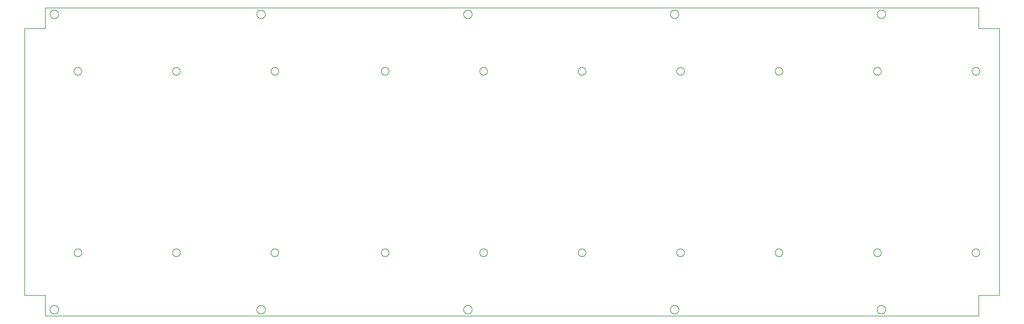
<source format=gbr>
G04 EAGLE Gerber RS-274X export*
G75*
%MOMM*%
%FSLAX34Y34*%
%LPD*%
%IN*%
%IPPOS*%
%AMOC8*
5,1,8,0,0,1.08239X$1,22.5*%
G01*
%ADD10C,0.254000*%


D10*
X0Y124460D02*
X88900Y124460D01*
X88900Y35560D01*
X4102100Y35560D01*
X4102100Y124460D01*
X4191000Y124460D01*
X4191000Y1272540D01*
X4102100Y1272540D01*
X4102100Y1361440D01*
X88900Y1361440D01*
X88900Y1272540D01*
X0Y1272540D01*
X0Y124460D01*
X145288Y1333409D02*
X145210Y1332215D01*
X145053Y1331027D01*
X144820Y1329853D01*
X144510Y1328696D01*
X144125Y1327563D01*
X143667Y1326456D01*
X143137Y1325382D01*
X142539Y1324346D01*
X141873Y1323350D01*
X141144Y1322400D01*
X140355Y1321500D01*
X139508Y1320653D01*
X138608Y1319864D01*
X137658Y1319135D01*
X136662Y1318469D01*
X135626Y1317871D01*
X134552Y1317341D01*
X133445Y1316883D01*
X132312Y1316498D01*
X131155Y1316188D01*
X129981Y1315955D01*
X128794Y1315798D01*
X127599Y1315720D01*
X126401Y1315720D01*
X125207Y1315798D01*
X124019Y1315955D01*
X122845Y1316188D01*
X121688Y1316498D01*
X120555Y1316883D01*
X119448Y1317341D01*
X118374Y1317871D01*
X117338Y1318469D01*
X116342Y1319135D01*
X115392Y1319864D01*
X114492Y1320653D01*
X113645Y1321500D01*
X112856Y1322400D01*
X112127Y1323350D01*
X111461Y1324346D01*
X110863Y1325382D01*
X110333Y1326456D01*
X109875Y1327563D01*
X109490Y1328696D01*
X109180Y1329853D01*
X108947Y1331027D01*
X108790Y1332215D01*
X108712Y1333409D01*
X108712Y1334607D01*
X108790Y1335802D01*
X108947Y1336989D01*
X109180Y1338163D01*
X109490Y1339320D01*
X109875Y1340453D01*
X110333Y1341560D01*
X110863Y1342634D01*
X111461Y1343670D01*
X112127Y1344666D01*
X112856Y1345616D01*
X113645Y1346516D01*
X114492Y1347363D01*
X115392Y1348152D01*
X116342Y1348881D01*
X117338Y1349547D01*
X118374Y1350145D01*
X119448Y1350675D01*
X120555Y1351133D01*
X121688Y1351518D01*
X122845Y1351828D01*
X124019Y1352061D01*
X125207Y1352218D01*
X126401Y1352296D01*
X127599Y1352296D01*
X128794Y1352218D01*
X129981Y1352061D01*
X131155Y1351828D01*
X132312Y1351518D01*
X133445Y1351133D01*
X134552Y1350675D01*
X135626Y1350145D01*
X136662Y1349547D01*
X137658Y1348881D01*
X138608Y1348152D01*
X139508Y1347363D01*
X140355Y1346516D01*
X141144Y1345616D01*
X141873Y1344666D01*
X142539Y1343670D01*
X143137Y1342634D01*
X143667Y1341560D01*
X144125Y1340453D01*
X144510Y1339320D01*
X144820Y1338163D01*
X145053Y1336989D01*
X145210Y1335802D01*
X145288Y1334607D01*
X145288Y1333409D01*
X1923288Y1333409D02*
X1923210Y1332215D01*
X1923053Y1331027D01*
X1922820Y1329853D01*
X1922510Y1328696D01*
X1922125Y1327563D01*
X1921667Y1326456D01*
X1921137Y1325382D01*
X1920539Y1324346D01*
X1919873Y1323350D01*
X1919144Y1322400D01*
X1918355Y1321500D01*
X1917508Y1320653D01*
X1916608Y1319864D01*
X1915658Y1319135D01*
X1914662Y1318469D01*
X1913626Y1317871D01*
X1912552Y1317341D01*
X1911445Y1316883D01*
X1910312Y1316498D01*
X1909155Y1316188D01*
X1907981Y1315955D01*
X1906794Y1315798D01*
X1905599Y1315720D01*
X1904401Y1315720D01*
X1903207Y1315798D01*
X1902019Y1315955D01*
X1900845Y1316188D01*
X1899688Y1316498D01*
X1898555Y1316883D01*
X1897448Y1317341D01*
X1896374Y1317871D01*
X1895338Y1318469D01*
X1894342Y1319135D01*
X1893392Y1319864D01*
X1892492Y1320653D01*
X1891645Y1321500D01*
X1890856Y1322400D01*
X1890127Y1323350D01*
X1889461Y1324346D01*
X1888863Y1325382D01*
X1888333Y1326456D01*
X1887875Y1327563D01*
X1887490Y1328696D01*
X1887180Y1329853D01*
X1886947Y1331027D01*
X1886790Y1332215D01*
X1886712Y1333409D01*
X1886712Y1334607D01*
X1886790Y1335802D01*
X1886947Y1336989D01*
X1887180Y1338163D01*
X1887490Y1339320D01*
X1887875Y1340453D01*
X1888333Y1341560D01*
X1888863Y1342634D01*
X1889461Y1343670D01*
X1890127Y1344666D01*
X1890856Y1345616D01*
X1891645Y1346516D01*
X1892492Y1347363D01*
X1893392Y1348152D01*
X1894342Y1348881D01*
X1895338Y1349547D01*
X1896374Y1350145D01*
X1897448Y1350675D01*
X1898555Y1351133D01*
X1899688Y1351518D01*
X1900845Y1351828D01*
X1902019Y1352061D01*
X1903207Y1352218D01*
X1904401Y1352296D01*
X1905599Y1352296D01*
X1906794Y1352218D01*
X1907981Y1352061D01*
X1909155Y1351828D01*
X1910312Y1351518D01*
X1911445Y1351133D01*
X1912552Y1350675D01*
X1913626Y1350145D01*
X1914662Y1349547D01*
X1915658Y1348881D01*
X1916608Y1348152D01*
X1917508Y1347363D01*
X1918355Y1346516D01*
X1919144Y1345616D01*
X1919873Y1344666D01*
X1920539Y1343670D01*
X1921137Y1342634D01*
X1921667Y1341560D01*
X1922125Y1340453D01*
X1922510Y1339320D01*
X1922820Y1338163D01*
X1923053Y1336989D01*
X1923210Y1335802D01*
X1923288Y1334607D01*
X1923288Y1333409D01*
X1034288Y1333409D02*
X1034210Y1332215D01*
X1034053Y1331027D01*
X1033820Y1329853D01*
X1033510Y1328696D01*
X1033125Y1327563D01*
X1032667Y1326456D01*
X1032137Y1325382D01*
X1031539Y1324346D01*
X1030873Y1323350D01*
X1030144Y1322400D01*
X1029355Y1321500D01*
X1028508Y1320653D01*
X1027608Y1319864D01*
X1026658Y1319135D01*
X1025662Y1318469D01*
X1024626Y1317871D01*
X1023552Y1317341D01*
X1022445Y1316883D01*
X1021312Y1316498D01*
X1020155Y1316188D01*
X1018981Y1315955D01*
X1017794Y1315798D01*
X1016599Y1315720D01*
X1015401Y1315720D01*
X1014207Y1315798D01*
X1013019Y1315955D01*
X1011845Y1316188D01*
X1010688Y1316498D01*
X1009555Y1316883D01*
X1008448Y1317341D01*
X1007374Y1317871D01*
X1006338Y1318469D01*
X1005342Y1319135D01*
X1004392Y1319864D01*
X1003492Y1320653D01*
X1002645Y1321500D01*
X1001856Y1322400D01*
X1001127Y1323350D01*
X1000461Y1324346D01*
X999863Y1325382D01*
X999333Y1326456D01*
X998875Y1327563D01*
X998490Y1328696D01*
X998180Y1329853D01*
X997947Y1331027D01*
X997790Y1332215D01*
X997712Y1333409D01*
X997712Y1334607D01*
X997790Y1335802D01*
X997947Y1336989D01*
X998180Y1338163D01*
X998490Y1339320D01*
X998875Y1340453D01*
X999333Y1341560D01*
X999863Y1342634D01*
X1000461Y1343670D01*
X1001127Y1344666D01*
X1001856Y1345616D01*
X1002645Y1346516D01*
X1003492Y1347363D01*
X1004392Y1348152D01*
X1005342Y1348881D01*
X1006338Y1349547D01*
X1007374Y1350145D01*
X1008448Y1350675D01*
X1009555Y1351133D01*
X1010688Y1351518D01*
X1011845Y1351828D01*
X1013019Y1352061D01*
X1014207Y1352218D01*
X1015401Y1352296D01*
X1016599Y1352296D01*
X1017794Y1352218D01*
X1018981Y1352061D01*
X1020155Y1351828D01*
X1021312Y1351518D01*
X1022445Y1351133D01*
X1023552Y1350675D01*
X1024626Y1350145D01*
X1025662Y1349547D01*
X1026658Y1348881D01*
X1027608Y1348152D01*
X1028508Y1347363D01*
X1029355Y1346516D01*
X1030144Y1345616D01*
X1030873Y1344666D01*
X1031539Y1343670D01*
X1032137Y1342634D01*
X1032667Y1341560D01*
X1033125Y1340453D01*
X1033510Y1339320D01*
X1033820Y1338163D01*
X1034053Y1336989D01*
X1034210Y1335802D01*
X1034288Y1334607D01*
X1034288Y1333409D01*
X2812288Y1333409D02*
X2812210Y1332215D01*
X2812053Y1331027D01*
X2811820Y1329853D01*
X2811510Y1328696D01*
X2811125Y1327563D01*
X2810667Y1326456D01*
X2810137Y1325382D01*
X2809539Y1324346D01*
X2808873Y1323350D01*
X2808144Y1322400D01*
X2807355Y1321500D01*
X2806508Y1320653D01*
X2805608Y1319864D01*
X2804658Y1319135D01*
X2803662Y1318469D01*
X2802626Y1317871D01*
X2801552Y1317341D01*
X2800445Y1316883D01*
X2799312Y1316498D01*
X2798155Y1316188D01*
X2796981Y1315955D01*
X2795794Y1315798D01*
X2794599Y1315720D01*
X2793401Y1315720D01*
X2792207Y1315798D01*
X2791019Y1315955D01*
X2789845Y1316188D01*
X2788688Y1316498D01*
X2787555Y1316883D01*
X2786448Y1317341D01*
X2785374Y1317871D01*
X2784338Y1318469D01*
X2783342Y1319135D01*
X2782392Y1319864D01*
X2781492Y1320653D01*
X2780645Y1321500D01*
X2779856Y1322400D01*
X2779127Y1323350D01*
X2778461Y1324346D01*
X2777863Y1325382D01*
X2777333Y1326456D01*
X2776875Y1327563D01*
X2776490Y1328696D01*
X2776180Y1329853D01*
X2775947Y1331027D01*
X2775790Y1332215D01*
X2775712Y1333409D01*
X2775712Y1334607D01*
X2775790Y1335802D01*
X2775947Y1336989D01*
X2776180Y1338163D01*
X2776490Y1339320D01*
X2776875Y1340453D01*
X2777333Y1341560D01*
X2777863Y1342634D01*
X2778461Y1343670D01*
X2779127Y1344666D01*
X2779856Y1345616D01*
X2780645Y1346516D01*
X2781492Y1347363D01*
X2782392Y1348152D01*
X2783342Y1348881D01*
X2784338Y1349547D01*
X2785374Y1350145D01*
X2786448Y1350675D01*
X2787555Y1351133D01*
X2788688Y1351518D01*
X2789845Y1351828D01*
X2791019Y1352061D01*
X2792207Y1352218D01*
X2793401Y1352296D01*
X2794599Y1352296D01*
X2795794Y1352218D01*
X2796981Y1352061D01*
X2798155Y1351828D01*
X2799312Y1351518D01*
X2800445Y1351133D01*
X2801552Y1350675D01*
X2802626Y1350145D01*
X2803662Y1349547D01*
X2804658Y1348881D01*
X2805608Y1348152D01*
X2806508Y1347363D01*
X2807355Y1346516D01*
X2808144Y1345616D01*
X2808873Y1344666D01*
X2809539Y1343670D01*
X2810137Y1342634D01*
X2810667Y1341560D01*
X2811125Y1340453D01*
X2811510Y1339320D01*
X2811820Y1338163D01*
X2812053Y1336989D01*
X2812210Y1335802D01*
X2812288Y1334607D01*
X2812288Y1333409D01*
X1034288Y62393D02*
X1034210Y61199D01*
X1034053Y60011D01*
X1033820Y58837D01*
X1033510Y57680D01*
X1033125Y56547D01*
X1032667Y55440D01*
X1032137Y54366D01*
X1031539Y53330D01*
X1030873Y52334D01*
X1030144Y51384D01*
X1029355Y50484D01*
X1028508Y49637D01*
X1027608Y48848D01*
X1026658Y48119D01*
X1025662Y47453D01*
X1024626Y46855D01*
X1023552Y46325D01*
X1022445Y45867D01*
X1021312Y45482D01*
X1020155Y45172D01*
X1018981Y44939D01*
X1017794Y44782D01*
X1016599Y44704D01*
X1015401Y44704D01*
X1014207Y44782D01*
X1013019Y44939D01*
X1011845Y45172D01*
X1010688Y45482D01*
X1009555Y45867D01*
X1008448Y46325D01*
X1007374Y46855D01*
X1006338Y47453D01*
X1005342Y48119D01*
X1004392Y48848D01*
X1003492Y49637D01*
X1002645Y50484D01*
X1001856Y51384D01*
X1001127Y52334D01*
X1000461Y53330D01*
X999863Y54366D01*
X999333Y55440D01*
X998875Y56547D01*
X998490Y57680D01*
X998180Y58837D01*
X997947Y60011D01*
X997790Y61199D01*
X997712Y62393D01*
X997712Y63591D01*
X997790Y64786D01*
X997947Y65973D01*
X998180Y67147D01*
X998490Y68304D01*
X998875Y69437D01*
X999333Y70544D01*
X999863Y71618D01*
X1000461Y72654D01*
X1001127Y73650D01*
X1001856Y74600D01*
X1002645Y75500D01*
X1003492Y76347D01*
X1004392Y77136D01*
X1005342Y77865D01*
X1006338Y78531D01*
X1007374Y79129D01*
X1008448Y79659D01*
X1009555Y80117D01*
X1010688Y80502D01*
X1011845Y80812D01*
X1013019Y81045D01*
X1014207Y81202D01*
X1015401Y81280D01*
X1016599Y81280D01*
X1017794Y81202D01*
X1018981Y81045D01*
X1020155Y80812D01*
X1021312Y80502D01*
X1022445Y80117D01*
X1023552Y79659D01*
X1024626Y79129D01*
X1025662Y78531D01*
X1026658Y77865D01*
X1027608Y77136D01*
X1028508Y76347D01*
X1029355Y75500D01*
X1030144Y74600D01*
X1030873Y73650D01*
X1031539Y72654D01*
X1032137Y71618D01*
X1032667Y70544D01*
X1033125Y69437D01*
X1033510Y68304D01*
X1033820Y67147D01*
X1034053Y65973D01*
X1034210Y64786D01*
X1034288Y63591D01*
X1034288Y62393D01*
X3701288Y1333409D02*
X3701210Y1332215D01*
X3701053Y1331027D01*
X3700820Y1329853D01*
X3700510Y1328696D01*
X3700125Y1327563D01*
X3699667Y1326456D01*
X3699137Y1325382D01*
X3698539Y1324346D01*
X3697873Y1323350D01*
X3697144Y1322400D01*
X3696355Y1321500D01*
X3695508Y1320653D01*
X3694608Y1319864D01*
X3693658Y1319135D01*
X3692662Y1318469D01*
X3691626Y1317871D01*
X3690552Y1317341D01*
X3689445Y1316883D01*
X3688312Y1316498D01*
X3687155Y1316188D01*
X3685981Y1315955D01*
X3684794Y1315798D01*
X3683599Y1315720D01*
X3682401Y1315720D01*
X3681207Y1315798D01*
X3680019Y1315955D01*
X3678845Y1316188D01*
X3677688Y1316498D01*
X3676555Y1316883D01*
X3675448Y1317341D01*
X3674374Y1317871D01*
X3673338Y1318469D01*
X3672342Y1319135D01*
X3671392Y1319864D01*
X3670492Y1320653D01*
X3669645Y1321500D01*
X3668856Y1322400D01*
X3668127Y1323350D01*
X3667461Y1324346D01*
X3666863Y1325382D01*
X3666333Y1326456D01*
X3665875Y1327563D01*
X3665490Y1328696D01*
X3665180Y1329853D01*
X3664947Y1331027D01*
X3664790Y1332215D01*
X3664712Y1333409D01*
X3664712Y1334607D01*
X3664790Y1335802D01*
X3664947Y1336989D01*
X3665180Y1338163D01*
X3665490Y1339320D01*
X3665875Y1340453D01*
X3666333Y1341560D01*
X3666863Y1342634D01*
X3667461Y1343670D01*
X3668127Y1344666D01*
X3668856Y1345616D01*
X3669645Y1346516D01*
X3670492Y1347363D01*
X3671392Y1348152D01*
X3672342Y1348881D01*
X3673338Y1349547D01*
X3674374Y1350145D01*
X3675448Y1350675D01*
X3676555Y1351133D01*
X3677688Y1351518D01*
X3678845Y1351828D01*
X3680019Y1352061D01*
X3681207Y1352218D01*
X3682401Y1352296D01*
X3683599Y1352296D01*
X3684794Y1352218D01*
X3685981Y1352061D01*
X3687155Y1351828D01*
X3688312Y1351518D01*
X3689445Y1351133D01*
X3690552Y1350675D01*
X3691626Y1350145D01*
X3692662Y1349547D01*
X3693658Y1348881D01*
X3694608Y1348152D01*
X3695508Y1347363D01*
X3696355Y1346516D01*
X3697144Y1345616D01*
X3697873Y1344666D01*
X3698539Y1343670D01*
X3699137Y1342634D01*
X3699667Y1341560D01*
X3700125Y1340453D01*
X3700510Y1339320D01*
X3700820Y1338163D01*
X3701053Y1336989D01*
X3701210Y1335802D01*
X3701288Y1334607D01*
X3701288Y1333409D01*
X145288Y62393D02*
X145210Y61199D01*
X145053Y60011D01*
X144820Y58837D01*
X144510Y57680D01*
X144125Y56547D01*
X143667Y55440D01*
X143137Y54366D01*
X142539Y53330D01*
X141873Y52334D01*
X141144Y51384D01*
X140355Y50484D01*
X139508Y49637D01*
X138608Y48848D01*
X137658Y48119D01*
X136662Y47453D01*
X135626Y46855D01*
X134552Y46325D01*
X133445Y45867D01*
X132312Y45482D01*
X131155Y45172D01*
X129981Y44939D01*
X128794Y44782D01*
X127599Y44704D01*
X126401Y44704D01*
X125207Y44782D01*
X124019Y44939D01*
X122845Y45172D01*
X121688Y45482D01*
X120555Y45867D01*
X119448Y46325D01*
X118374Y46855D01*
X117338Y47453D01*
X116342Y48119D01*
X115392Y48848D01*
X114492Y49637D01*
X113645Y50484D01*
X112856Y51384D01*
X112127Y52334D01*
X111461Y53330D01*
X110863Y54366D01*
X110333Y55440D01*
X109875Y56547D01*
X109490Y57680D01*
X109180Y58837D01*
X108947Y60011D01*
X108790Y61199D01*
X108712Y62393D01*
X108712Y63591D01*
X108790Y64786D01*
X108947Y65973D01*
X109180Y67147D01*
X109490Y68304D01*
X109875Y69437D01*
X110333Y70544D01*
X110863Y71618D01*
X111461Y72654D01*
X112127Y73650D01*
X112856Y74600D01*
X113645Y75500D01*
X114492Y76347D01*
X115392Y77136D01*
X116342Y77865D01*
X117338Y78531D01*
X118374Y79129D01*
X119448Y79659D01*
X120555Y80117D01*
X121688Y80502D01*
X122845Y80812D01*
X124019Y81045D01*
X125207Y81202D01*
X126401Y81280D01*
X127599Y81280D01*
X128794Y81202D01*
X129981Y81045D01*
X131155Y80812D01*
X132312Y80502D01*
X133445Y80117D01*
X134552Y79659D01*
X135626Y79129D01*
X136662Y78531D01*
X137658Y77865D01*
X138608Y77136D01*
X139508Y76347D01*
X140355Y75500D01*
X141144Y74600D01*
X141873Y73650D01*
X142539Y72654D01*
X143137Y71618D01*
X143667Y70544D01*
X144125Y69437D01*
X144510Y68304D01*
X144820Y67147D01*
X145053Y65973D01*
X145210Y64786D01*
X145288Y63591D01*
X145288Y62393D01*
X1923288Y62393D02*
X1923210Y61199D01*
X1923053Y60011D01*
X1922820Y58837D01*
X1922510Y57680D01*
X1922125Y56547D01*
X1921667Y55440D01*
X1921137Y54366D01*
X1920539Y53330D01*
X1919873Y52334D01*
X1919144Y51384D01*
X1918355Y50484D01*
X1917508Y49637D01*
X1916608Y48848D01*
X1915658Y48119D01*
X1914662Y47453D01*
X1913626Y46855D01*
X1912552Y46325D01*
X1911445Y45867D01*
X1910312Y45482D01*
X1909155Y45172D01*
X1907981Y44939D01*
X1906794Y44782D01*
X1905599Y44704D01*
X1904401Y44704D01*
X1903207Y44782D01*
X1902019Y44939D01*
X1900845Y45172D01*
X1899688Y45482D01*
X1898555Y45867D01*
X1897448Y46325D01*
X1896374Y46855D01*
X1895338Y47453D01*
X1894342Y48119D01*
X1893392Y48848D01*
X1892492Y49637D01*
X1891645Y50484D01*
X1890856Y51384D01*
X1890127Y52334D01*
X1889461Y53330D01*
X1888863Y54366D01*
X1888333Y55440D01*
X1887875Y56547D01*
X1887490Y57680D01*
X1887180Y58837D01*
X1886947Y60011D01*
X1886790Y61199D01*
X1886712Y62393D01*
X1886712Y63591D01*
X1886790Y64786D01*
X1886947Y65973D01*
X1887180Y67147D01*
X1887490Y68304D01*
X1887875Y69437D01*
X1888333Y70544D01*
X1888863Y71618D01*
X1889461Y72654D01*
X1890127Y73650D01*
X1890856Y74600D01*
X1891645Y75500D01*
X1892492Y76347D01*
X1893392Y77136D01*
X1894342Y77865D01*
X1895338Y78531D01*
X1896374Y79129D01*
X1897448Y79659D01*
X1898555Y80117D01*
X1899688Y80502D01*
X1900845Y80812D01*
X1902019Y81045D01*
X1903207Y81202D01*
X1904401Y81280D01*
X1905599Y81280D01*
X1906794Y81202D01*
X1907981Y81045D01*
X1909155Y80812D01*
X1910312Y80502D01*
X1911445Y80117D01*
X1912552Y79659D01*
X1913626Y79129D01*
X1914662Y78531D01*
X1915658Y77865D01*
X1916608Y77136D01*
X1917508Y76347D01*
X1918355Y75500D01*
X1919144Y74600D01*
X1919873Y73650D01*
X1920539Y72654D01*
X1921137Y71618D01*
X1921667Y70544D01*
X1922125Y69437D01*
X1922510Y68304D01*
X1922820Y67147D01*
X1923053Y65973D01*
X1923210Y64786D01*
X1923288Y63591D01*
X1923288Y62393D01*
X2812288Y62393D02*
X2812210Y61199D01*
X2812053Y60011D01*
X2811820Y58837D01*
X2811510Y57680D01*
X2811125Y56547D01*
X2810667Y55440D01*
X2810137Y54366D01*
X2809539Y53330D01*
X2808873Y52334D01*
X2808144Y51384D01*
X2807355Y50484D01*
X2806508Y49637D01*
X2805608Y48848D01*
X2804658Y48119D01*
X2803662Y47453D01*
X2802626Y46855D01*
X2801552Y46325D01*
X2800445Y45867D01*
X2799312Y45482D01*
X2798155Y45172D01*
X2796981Y44939D01*
X2795794Y44782D01*
X2794599Y44704D01*
X2793401Y44704D01*
X2792207Y44782D01*
X2791019Y44939D01*
X2789845Y45172D01*
X2788688Y45482D01*
X2787555Y45867D01*
X2786448Y46325D01*
X2785374Y46855D01*
X2784338Y47453D01*
X2783342Y48119D01*
X2782392Y48848D01*
X2781492Y49637D01*
X2780645Y50484D01*
X2779856Y51384D01*
X2779127Y52334D01*
X2778461Y53330D01*
X2777863Y54366D01*
X2777333Y55440D01*
X2776875Y56547D01*
X2776490Y57680D01*
X2776180Y58837D01*
X2775947Y60011D01*
X2775790Y61199D01*
X2775712Y62393D01*
X2775712Y63591D01*
X2775790Y64786D01*
X2775947Y65973D01*
X2776180Y67147D01*
X2776490Y68304D01*
X2776875Y69437D01*
X2777333Y70544D01*
X2777863Y71618D01*
X2778461Y72654D01*
X2779127Y73650D01*
X2779856Y74600D01*
X2780645Y75500D01*
X2781492Y76347D01*
X2782392Y77136D01*
X2783342Y77865D01*
X2784338Y78531D01*
X2785374Y79129D01*
X2786448Y79659D01*
X2787555Y80117D01*
X2788688Y80502D01*
X2789845Y80812D01*
X2791019Y81045D01*
X2792207Y81202D01*
X2793401Y81280D01*
X2794599Y81280D01*
X2795794Y81202D01*
X2796981Y81045D01*
X2798155Y80812D01*
X2799312Y80502D01*
X2800445Y80117D01*
X2801552Y79659D01*
X2802626Y79129D01*
X2803662Y78531D01*
X2804658Y77865D01*
X2805608Y77136D01*
X2806508Y76347D01*
X2807355Y75500D01*
X2808144Y74600D01*
X2808873Y73650D01*
X2809539Y72654D01*
X2810137Y71618D01*
X2810667Y70544D01*
X2811125Y69437D01*
X2811510Y68304D01*
X2811820Y67147D01*
X2812053Y65973D01*
X2812210Y64786D01*
X2812288Y63591D01*
X2812288Y62393D01*
X3701288Y62393D02*
X3701210Y61199D01*
X3701053Y60011D01*
X3700820Y58837D01*
X3700510Y57680D01*
X3700125Y56547D01*
X3699667Y55440D01*
X3699137Y54366D01*
X3698539Y53330D01*
X3697873Y52334D01*
X3697144Y51384D01*
X3696355Y50484D01*
X3695508Y49637D01*
X3694608Y48848D01*
X3693658Y48119D01*
X3692662Y47453D01*
X3691626Y46855D01*
X3690552Y46325D01*
X3689445Y45867D01*
X3688312Y45482D01*
X3687155Y45172D01*
X3685981Y44939D01*
X3684794Y44782D01*
X3683599Y44704D01*
X3682401Y44704D01*
X3681207Y44782D01*
X3680019Y44939D01*
X3678845Y45172D01*
X3677688Y45482D01*
X3676555Y45867D01*
X3675448Y46325D01*
X3674374Y46855D01*
X3673338Y47453D01*
X3672342Y48119D01*
X3671392Y48848D01*
X3670492Y49637D01*
X3669645Y50484D01*
X3668856Y51384D01*
X3668127Y52334D01*
X3667461Y53330D01*
X3666863Y54366D01*
X3666333Y55440D01*
X3665875Y56547D01*
X3665490Y57680D01*
X3665180Y58837D01*
X3664947Y60011D01*
X3664790Y61199D01*
X3664712Y62393D01*
X3664712Y63591D01*
X3664790Y64786D01*
X3664947Y65973D01*
X3665180Y67147D01*
X3665490Y68304D01*
X3665875Y69437D01*
X3666333Y70544D01*
X3666863Y71618D01*
X3667461Y72654D01*
X3668127Y73650D01*
X3668856Y74600D01*
X3669645Y75500D01*
X3670492Y76347D01*
X3671392Y77136D01*
X3672342Y77865D01*
X3673338Y78531D01*
X3674374Y79129D01*
X3675448Y79659D01*
X3676555Y80117D01*
X3677688Y80502D01*
X3678845Y80812D01*
X3680019Y81045D01*
X3681207Y81202D01*
X3682401Y81280D01*
X3683599Y81280D01*
X3684794Y81202D01*
X3685981Y81045D01*
X3687155Y80812D01*
X3688312Y80502D01*
X3689445Y80117D01*
X3690552Y79659D01*
X3691626Y79129D01*
X3692662Y78531D01*
X3693658Y77865D01*
X3694608Y77136D01*
X3695508Y76347D01*
X3696355Y75500D01*
X3697144Y74600D01*
X3697873Y73650D01*
X3698539Y72654D01*
X3699137Y71618D01*
X3699667Y70544D01*
X3700125Y69437D01*
X3700510Y68304D01*
X3700820Y67147D01*
X3701053Y65973D01*
X3701210Y64786D01*
X3701288Y63591D01*
X3701288Y62393D01*
X228060Y1072500D02*
X226982Y1072571D01*
X225911Y1072712D01*
X224851Y1072922D01*
X223808Y1073202D01*
X222785Y1073549D01*
X221787Y1073963D01*
X220818Y1074441D01*
X219882Y1074981D01*
X218984Y1075581D01*
X218127Y1076239D01*
X217315Y1076951D01*
X216551Y1077715D01*
X215839Y1078527D01*
X215181Y1079384D01*
X214581Y1080282D01*
X214041Y1081218D01*
X213563Y1082187D01*
X213149Y1083185D01*
X212802Y1084208D01*
X212522Y1085251D01*
X212312Y1086311D01*
X212171Y1087382D01*
X212100Y1088460D01*
X212100Y1089540D01*
X212171Y1090618D01*
X212312Y1091689D01*
X212522Y1092749D01*
X212802Y1093792D01*
X213149Y1094815D01*
X213563Y1095813D01*
X214041Y1096782D01*
X214581Y1097718D01*
X215181Y1098616D01*
X215839Y1099473D01*
X216551Y1100285D01*
X217315Y1101049D01*
X218127Y1101762D01*
X218984Y1102419D01*
X219882Y1103019D01*
X220818Y1103560D01*
X221787Y1104037D01*
X222785Y1104451D01*
X223808Y1104798D01*
X224851Y1105078D01*
X225911Y1105288D01*
X226982Y1105429D01*
X228060Y1105500D01*
X229140Y1105500D01*
X230218Y1105429D01*
X231289Y1105288D01*
X232349Y1105078D01*
X233392Y1104798D01*
X234415Y1104451D01*
X235413Y1104037D01*
X236382Y1103560D01*
X237318Y1103019D01*
X238216Y1102419D01*
X239073Y1101762D01*
X239885Y1101049D01*
X240649Y1100285D01*
X241362Y1099473D01*
X242019Y1098616D01*
X242619Y1097718D01*
X243160Y1096782D01*
X243637Y1095813D01*
X244051Y1094815D01*
X244398Y1093792D01*
X244678Y1092749D01*
X244888Y1091689D01*
X245029Y1090618D01*
X245100Y1089540D01*
X245100Y1088460D01*
X245029Y1087382D01*
X244888Y1086311D01*
X244678Y1085251D01*
X244398Y1084208D01*
X244051Y1083185D01*
X243637Y1082187D01*
X243160Y1081218D01*
X242619Y1080282D01*
X242019Y1079384D01*
X241362Y1078527D01*
X240649Y1077715D01*
X239885Y1076951D01*
X239073Y1076239D01*
X238216Y1075581D01*
X237318Y1074981D01*
X236382Y1074441D01*
X235413Y1073963D01*
X234415Y1073549D01*
X233392Y1073202D01*
X232349Y1072922D01*
X231289Y1072712D01*
X230218Y1072571D01*
X229140Y1072500D01*
X228060Y1072500D01*
X228060Y291500D02*
X226982Y291571D01*
X225911Y291712D01*
X224851Y291922D01*
X223808Y292202D01*
X222785Y292549D01*
X221787Y292963D01*
X220818Y293441D01*
X219882Y293981D01*
X218984Y294581D01*
X218127Y295239D01*
X217315Y295951D01*
X216551Y296715D01*
X215839Y297527D01*
X215181Y298384D01*
X214581Y299282D01*
X214041Y300218D01*
X213563Y301187D01*
X213149Y302185D01*
X212802Y303208D01*
X212522Y304251D01*
X212312Y305311D01*
X212171Y306382D01*
X212100Y307460D01*
X212100Y308540D01*
X212171Y309618D01*
X212312Y310689D01*
X212522Y311749D01*
X212802Y312792D01*
X213149Y313815D01*
X213563Y314813D01*
X214041Y315782D01*
X214581Y316718D01*
X215181Y317616D01*
X215839Y318473D01*
X216551Y319285D01*
X217315Y320049D01*
X218127Y320762D01*
X218984Y321419D01*
X219882Y322019D01*
X220818Y322560D01*
X221787Y323037D01*
X222785Y323451D01*
X223808Y323798D01*
X224851Y324078D01*
X225911Y324288D01*
X226982Y324429D01*
X228060Y324500D01*
X229140Y324500D01*
X230218Y324429D01*
X231289Y324288D01*
X232349Y324078D01*
X233392Y323798D01*
X234415Y323451D01*
X235413Y323037D01*
X236382Y322560D01*
X237318Y322019D01*
X238216Y321419D01*
X239073Y320762D01*
X239885Y320049D01*
X240649Y319285D01*
X241362Y318473D01*
X242019Y317616D01*
X242619Y316718D01*
X243160Y315782D01*
X243637Y314813D01*
X244051Y313815D01*
X244398Y312792D01*
X244678Y311749D01*
X244888Y310689D01*
X245029Y309618D01*
X245100Y308540D01*
X245100Y307460D01*
X245029Y306382D01*
X244888Y305311D01*
X244678Y304251D01*
X244398Y303208D01*
X244051Y302185D01*
X243637Y301187D01*
X243160Y300218D01*
X242619Y299282D01*
X242019Y298384D01*
X241362Y297527D01*
X240649Y296715D01*
X239885Y295951D01*
X239073Y295239D01*
X238216Y294581D01*
X237318Y293981D01*
X236382Y293441D01*
X235413Y292963D01*
X234415Y292549D01*
X233392Y292202D01*
X232349Y291922D01*
X231289Y291712D01*
X230218Y291571D01*
X229140Y291500D01*
X228060Y291500D01*
X651402Y1072500D02*
X650324Y1072571D01*
X649253Y1072712D01*
X648193Y1072922D01*
X647150Y1073202D01*
X646127Y1073549D01*
X645129Y1073963D01*
X644160Y1074441D01*
X643224Y1074981D01*
X642326Y1075581D01*
X641469Y1076239D01*
X640657Y1076951D01*
X639893Y1077715D01*
X639180Y1078527D01*
X638523Y1079384D01*
X637922Y1080282D01*
X637382Y1081218D01*
X636905Y1082187D01*
X636491Y1083185D01*
X636144Y1084208D01*
X635864Y1085251D01*
X635653Y1086311D01*
X635512Y1087382D01*
X635442Y1088460D01*
X635442Y1089540D01*
X635512Y1090618D01*
X635653Y1091689D01*
X635864Y1092749D01*
X636144Y1093792D01*
X636491Y1094815D01*
X636905Y1095813D01*
X637382Y1096782D01*
X637922Y1097718D01*
X638523Y1098616D01*
X639180Y1099473D01*
X639893Y1100285D01*
X640657Y1101049D01*
X641469Y1101762D01*
X642326Y1102419D01*
X643224Y1103019D01*
X644160Y1103560D01*
X645129Y1104037D01*
X646127Y1104451D01*
X647150Y1104798D01*
X648193Y1105078D01*
X649253Y1105288D01*
X650324Y1105429D01*
X651402Y1105500D01*
X652482Y1105500D01*
X653560Y1105429D01*
X654631Y1105288D01*
X655691Y1105078D01*
X656734Y1104798D01*
X657757Y1104451D01*
X658755Y1104037D01*
X659724Y1103560D01*
X660660Y1103019D01*
X661558Y1102419D01*
X662415Y1101762D01*
X663227Y1101049D01*
X663991Y1100285D01*
X664703Y1099473D01*
X665361Y1098616D01*
X665961Y1097718D01*
X666501Y1096782D01*
X666979Y1095813D01*
X667393Y1094815D01*
X667740Y1093792D01*
X668019Y1092749D01*
X668230Y1091689D01*
X668371Y1090618D01*
X668442Y1089540D01*
X668442Y1088460D01*
X668371Y1087382D01*
X668230Y1086311D01*
X668019Y1085251D01*
X667740Y1084208D01*
X667393Y1083185D01*
X666979Y1082187D01*
X666501Y1081218D01*
X665961Y1080282D01*
X665361Y1079384D01*
X664703Y1078527D01*
X663991Y1077715D01*
X663227Y1076951D01*
X662415Y1076239D01*
X661558Y1075581D01*
X660660Y1074981D01*
X659724Y1074441D01*
X658755Y1073963D01*
X657757Y1073549D01*
X656734Y1073202D01*
X655691Y1072922D01*
X654631Y1072712D01*
X653560Y1072571D01*
X652482Y1072500D01*
X651402Y1072500D01*
X651402Y291500D02*
X650324Y291571D01*
X649253Y291712D01*
X648193Y291922D01*
X647150Y292202D01*
X646127Y292549D01*
X645129Y292963D01*
X644160Y293441D01*
X643224Y293981D01*
X642326Y294581D01*
X641469Y295239D01*
X640657Y295951D01*
X639893Y296715D01*
X639180Y297527D01*
X638523Y298384D01*
X637922Y299282D01*
X637382Y300218D01*
X636905Y301187D01*
X636491Y302185D01*
X636144Y303208D01*
X635864Y304251D01*
X635653Y305311D01*
X635512Y306382D01*
X635442Y307460D01*
X635442Y308540D01*
X635512Y309618D01*
X635653Y310689D01*
X635864Y311749D01*
X636144Y312792D01*
X636491Y313815D01*
X636905Y314813D01*
X637382Y315782D01*
X637922Y316718D01*
X638523Y317616D01*
X639180Y318473D01*
X639893Y319285D01*
X640657Y320049D01*
X641469Y320762D01*
X642326Y321419D01*
X643224Y322019D01*
X644160Y322560D01*
X645129Y323037D01*
X646127Y323451D01*
X647150Y323798D01*
X648193Y324078D01*
X649253Y324288D01*
X650324Y324429D01*
X651402Y324500D01*
X652482Y324500D01*
X653560Y324429D01*
X654631Y324288D01*
X655691Y324078D01*
X656734Y323798D01*
X657757Y323451D01*
X658755Y323037D01*
X659724Y322560D01*
X660660Y322019D01*
X661558Y321419D01*
X662415Y320762D01*
X663227Y320049D01*
X663991Y319285D01*
X664703Y318473D01*
X665361Y317616D01*
X665961Y316718D01*
X666501Y315782D01*
X666979Y314813D01*
X667393Y313815D01*
X667740Y312792D01*
X668019Y311749D01*
X668230Y310689D01*
X668371Y309618D01*
X668442Y308540D01*
X668442Y307460D01*
X668371Y306382D01*
X668230Y305311D01*
X668019Y304251D01*
X667740Y303208D01*
X667393Y302185D01*
X666979Y301187D01*
X666501Y300218D01*
X665961Y299282D01*
X665361Y298384D01*
X664703Y297527D01*
X663991Y296715D01*
X663227Y295951D01*
X662415Y295239D01*
X661558Y294581D01*
X660660Y293981D01*
X659724Y293441D01*
X658755Y292963D01*
X657757Y292549D01*
X656734Y292202D01*
X655691Y291922D01*
X654631Y291712D01*
X653560Y291571D01*
X652482Y291500D01*
X651402Y291500D01*
X1074743Y1072500D02*
X1073665Y1072571D01*
X1072594Y1072712D01*
X1071535Y1072922D01*
X1070491Y1073202D01*
X1069468Y1073549D01*
X1068470Y1073963D01*
X1067501Y1074441D01*
X1066566Y1074981D01*
X1065668Y1075581D01*
X1064811Y1076239D01*
X1063998Y1076951D01*
X1063234Y1077715D01*
X1062522Y1078527D01*
X1061864Y1079384D01*
X1061264Y1080282D01*
X1060724Y1081218D01*
X1060246Y1082187D01*
X1059833Y1083185D01*
X1059486Y1084208D01*
X1059206Y1085251D01*
X1058995Y1086311D01*
X1058854Y1087382D01*
X1058784Y1088460D01*
X1058784Y1089540D01*
X1058854Y1090618D01*
X1058995Y1091689D01*
X1059206Y1092749D01*
X1059486Y1093792D01*
X1059833Y1094815D01*
X1060246Y1095813D01*
X1060724Y1096782D01*
X1061264Y1097718D01*
X1061864Y1098616D01*
X1062522Y1099473D01*
X1063234Y1100285D01*
X1063998Y1101049D01*
X1064811Y1101762D01*
X1065668Y1102419D01*
X1066566Y1103019D01*
X1067501Y1103560D01*
X1068470Y1104037D01*
X1069468Y1104451D01*
X1070491Y1104798D01*
X1071535Y1105078D01*
X1072594Y1105288D01*
X1073665Y1105429D01*
X1074743Y1105500D01*
X1075824Y1105500D01*
X1076902Y1105429D01*
X1077973Y1105288D01*
X1079032Y1105078D01*
X1080076Y1104798D01*
X1081099Y1104451D01*
X1082097Y1104037D01*
X1083066Y1103560D01*
X1084001Y1103019D01*
X1084900Y1102419D01*
X1085757Y1101762D01*
X1086569Y1101049D01*
X1087333Y1100285D01*
X1088045Y1099473D01*
X1088703Y1098616D01*
X1089303Y1097718D01*
X1089843Y1096782D01*
X1090321Y1095813D01*
X1090734Y1094815D01*
X1091082Y1093792D01*
X1091361Y1092749D01*
X1091572Y1091689D01*
X1091713Y1090618D01*
X1091784Y1089540D01*
X1091784Y1088460D01*
X1091713Y1087382D01*
X1091572Y1086311D01*
X1091361Y1085251D01*
X1091082Y1084208D01*
X1090734Y1083185D01*
X1090321Y1082187D01*
X1089843Y1081218D01*
X1089303Y1080282D01*
X1088703Y1079384D01*
X1088045Y1078527D01*
X1087333Y1077715D01*
X1086569Y1076951D01*
X1085757Y1076239D01*
X1084900Y1075581D01*
X1084001Y1074981D01*
X1083066Y1074441D01*
X1082097Y1073963D01*
X1081099Y1073549D01*
X1080076Y1073202D01*
X1079032Y1072922D01*
X1077973Y1072712D01*
X1076902Y1072571D01*
X1075824Y1072500D01*
X1074743Y1072500D01*
X1074743Y291500D02*
X1073665Y291571D01*
X1072594Y291712D01*
X1071535Y291922D01*
X1070491Y292202D01*
X1069468Y292549D01*
X1068470Y292963D01*
X1067501Y293441D01*
X1066566Y293981D01*
X1065668Y294581D01*
X1064811Y295239D01*
X1063998Y295951D01*
X1063234Y296715D01*
X1062522Y297527D01*
X1061864Y298384D01*
X1061264Y299282D01*
X1060724Y300218D01*
X1060246Y301187D01*
X1059833Y302185D01*
X1059486Y303208D01*
X1059206Y304251D01*
X1058995Y305311D01*
X1058854Y306382D01*
X1058784Y307460D01*
X1058784Y308540D01*
X1058854Y309618D01*
X1058995Y310689D01*
X1059206Y311749D01*
X1059486Y312792D01*
X1059833Y313815D01*
X1060246Y314813D01*
X1060724Y315782D01*
X1061264Y316718D01*
X1061864Y317616D01*
X1062522Y318473D01*
X1063234Y319285D01*
X1063998Y320049D01*
X1064811Y320762D01*
X1065668Y321419D01*
X1066566Y322019D01*
X1067501Y322560D01*
X1068470Y323037D01*
X1069468Y323451D01*
X1070491Y323798D01*
X1071535Y324078D01*
X1072594Y324288D01*
X1073665Y324429D01*
X1074743Y324500D01*
X1075824Y324500D01*
X1076902Y324429D01*
X1077973Y324288D01*
X1079032Y324078D01*
X1080076Y323798D01*
X1081099Y323451D01*
X1082097Y323037D01*
X1083066Y322560D01*
X1084001Y322019D01*
X1084900Y321419D01*
X1085757Y320762D01*
X1086569Y320049D01*
X1087333Y319285D01*
X1088045Y318473D01*
X1088703Y317616D01*
X1089303Y316718D01*
X1089843Y315782D01*
X1090321Y314813D01*
X1090734Y313815D01*
X1091082Y312792D01*
X1091361Y311749D01*
X1091572Y310689D01*
X1091713Y309618D01*
X1091784Y308540D01*
X1091784Y307460D01*
X1091713Y306382D01*
X1091572Y305311D01*
X1091361Y304251D01*
X1091082Y303208D01*
X1090734Y302185D01*
X1090321Y301187D01*
X1089843Y300218D01*
X1089303Y299282D01*
X1088703Y298384D01*
X1088045Y297527D01*
X1087333Y296715D01*
X1086569Y295951D01*
X1085757Y295239D01*
X1084900Y294581D01*
X1084001Y293981D01*
X1083066Y293441D01*
X1082097Y292963D01*
X1081099Y292549D01*
X1080076Y292202D01*
X1079032Y291922D01*
X1077973Y291712D01*
X1076902Y291571D01*
X1075824Y291500D01*
X1074743Y291500D01*
X1548885Y1072500D02*
X1547807Y1072571D01*
X1546736Y1072712D01*
X1545677Y1072922D01*
X1544633Y1073202D01*
X1543610Y1073549D01*
X1542612Y1073963D01*
X1541643Y1074441D01*
X1540708Y1074981D01*
X1539809Y1075581D01*
X1538952Y1076239D01*
X1538140Y1076951D01*
X1537376Y1077715D01*
X1536664Y1078527D01*
X1536006Y1079384D01*
X1535406Y1080282D01*
X1534866Y1081218D01*
X1534388Y1082187D01*
X1533975Y1083185D01*
X1533627Y1084208D01*
X1533348Y1085251D01*
X1533137Y1086311D01*
X1532996Y1087382D01*
X1532925Y1088460D01*
X1532925Y1089540D01*
X1532996Y1090618D01*
X1533137Y1091689D01*
X1533348Y1092749D01*
X1533627Y1093792D01*
X1533975Y1094815D01*
X1534388Y1095813D01*
X1534866Y1096782D01*
X1535406Y1097718D01*
X1536006Y1098616D01*
X1536664Y1099473D01*
X1537376Y1100285D01*
X1538140Y1101049D01*
X1538952Y1101762D01*
X1539809Y1102419D01*
X1540708Y1103019D01*
X1541643Y1103560D01*
X1542612Y1104037D01*
X1543610Y1104451D01*
X1544633Y1104798D01*
X1545677Y1105078D01*
X1546736Y1105288D01*
X1547807Y1105429D01*
X1548885Y1105500D01*
X1549966Y1105500D01*
X1551044Y1105429D01*
X1552115Y1105288D01*
X1553174Y1105078D01*
X1554218Y1104798D01*
X1555241Y1104451D01*
X1556239Y1104037D01*
X1557208Y1103560D01*
X1558143Y1103019D01*
X1559041Y1102419D01*
X1559899Y1101762D01*
X1560711Y1101049D01*
X1561475Y1100285D01*
X1562187Y1099473D01*
X1562845Y1098616D01*
X1563445Y1097718D01*
X1563985Y1096782D01*
X1564463Y1095813D01*
X1564876Y1094815D01*
X1565223Y1093792D01*
X1565503Y1092749D01*
X1565714Y1091689D01*
X1565855Y1090618D01*
X1565925Y1089540D01*
X1565925Y1088460D01*
X1565855Y1087382D01*
X1565714Y1086311D01*
X1565503Y1085251D01*
X1565223Y1084208D01*
X1564876Y1083185D01*
X1564463Y1082187D01*
X1563985Y1081218D01*
X1563445Y1080282D01*
X1562845Y1079384D01*
X1562187Y1078527D01*
X1561475Y1077715D01*
X1560711Y1076951D01*
X1559899Y1076239D01*
X1559041Y1075581D01*
X1558143Y1074981D01*
X1557208Y1074441D01*
X1556239Y1073963D01*
X1555241Y1073549D01*
X1554218Y1073202D01*
X1553174Y1072922D01*
X1552115Y1072712D01*
X1551044Y1072571D01*
X1549966Y1072500D01*
X1548885Y1072500D01*
X1548885Y291500D02*
X1547807Y291571D01*
X1546736Y291712D01*
X1545677Y291922D01*
X1544633Y292202D01*
X1543610Y292549D01*
X1542612Y292963D01*
X1541643Y293441D01*
X1540708Y293981D01*
X1539809Y294581D01*
X1538952Y295239D01*
X1538140Y295951D01*
X1537376Y296715D01*
X1536664Y297527D01*
X1536006Y298384D01*
X1535406Y299282D01*
X1534866Y300218D01*
X1534388Y301187D01*
X1533975Y302185D01*
X1533627Y303208D01*
X1533348Y304251D01*
X1533137Y305311D01*
X1532996Y306382D01*
X1532925Y307460D01*
X1532925Y308540D01*
X1532996Y309618D01*
X1533137Y310689D01*
X1533348Y311749D01*
X1533627Y312792D01*
X1533975Y313815D01*
X1534388Y314813D01*
X1534866Y315782D01*
X1535406Y316718D01*
X1536006Y317616D01*
X1536664Y318473D01*
X1537376Y319285D01*
X1538140Y320049D01*
X1538952Y320762D01*
X1539809Y321419D01*
X1540708Y322019D01*
X1541643Y322560D01*
X1542612Y323037D01*
X1543610Y323451D01*
X1544633Y323798D01*
X1545677Y324078D01*
X1546736Y324288D01*
X1547807Y324429D01*
X1548885Y324500D01*
X1549966Y324500D01*
X1551044Y324429D01*
X1552115Y324288D01*
X1553174Y324078D01*
X1554218Y323798D01*
X1555241Y323451D01*
X1556239Y323037D01*
X1557208Y322560D01*
X1558143Y322019D01*
X1559041Y321419D01*
X1559899Y320762D01*
X1560711Y320049D01*
X1561475Y319285D01*
X1562187Y318473D01*
X1562845Y317616D01*
X1563445Y316718D01*
X1563985Y315782D01*
X1564463Y314813D01*
X1564876Y313815D01*
X1565223Y312792D01*
X1565503Y311749D01*
X1565714Y310689D01*
X1565855Y309618D01*
X1565925Y308540D01*
X1565925Y307460D01*
X1565855Y306382D01*
X1565714Y305311D01*
X1565503Y304251D01*
X1565223Y303208D01*
X1564876Y302185D01*
X1564463Y301187D01*
X1563985Y300218D01*
X1563445Y299282D01*
X1562845Y298384D01*
X1562187Y297527D01*
X1561475Y296715D01*
X1560711Y295951D01*
X1559899Y295239D01*
X1559041Y294581D01*
X1558143Y293981D01*
X1557208Y293441D01*
X1556239Y292963D01*
X1555241Y292549D01*
X1554218Y292202D01*
X1553174Y291922D01*
X1552115Y291712D01*
X1551044Y291571D01*
X1549966Y291500D01*
X1548885Y291500D01*
X1972227Y1072500D02*
X1971149Y1072571D01*
X1970078Y1072712D01*
X1969018Y1072922D01*
X1967975Y1073202D01*
X1966952Y1073549D01*
X1965954Y1073963D01*
X1964985Y1074441D01*
X1964049Y1074981D01*
X1963151Y1075581D01*
X1962294Y1076239D01*
X1961482Y1076951D01*
X1960718Y1077715D01*
X1960006Y1078527D01*
X1959348Y1079384D01*
X1958748Y1080282D01*
X1958208Y1081218D01*
X1957730Y1082187D01*
X1957316Y1083185D01*
X1956969Y1084208D01*
X1956690Y1085251D01*
X1956479Y1086311D01*
X1956338Y1087382D01*
X1956267Y1088460D01*
X1956267Y1089540D01*
X1956338Y1090618D01*
X1956479Y1091689D01*
X1956690Y1092749D01*
X1956969Y1093792D01*
X1957316Y1094815D01*
X1957730Y1095813D01*
X1958208Y1096782D01*
X1958748Y1097718D01*
X1959348Y1098616D01*
X1960006Y1099473D01*
X1960718Y1100285D01*
X1961482Y1101049D01*
X1962294Y1101762D01*
X1963151Y1102419D01*
X1964049Y1103019D01*
X1964985Y1103560D01*
X1965954Y1104037D01*
X1966952Y1104451D01*
X1967975Y1104798D01*
X1969018Y1105078D01*
X1970078Y1105288D01*
X1971149Y1105429D01*
X1972227Y1105500D01*
X1973307Y1105500D01*
X1974385Y1105429D01*
X1975456Y1105288D01*
X1976516Y1105078D01*
X1977559Y1104798D01*
X1978582Y1104451D01*
X1979581Y1104037D01*
X1980549Y1103560D01*
X1981485Y1103019D01*
X1982383Y1102419D01*
X1983240Y1101762D01*
X1984053Y1101049D01*
X1984816Y1100285D01*
X1985529Y1099473D01*
X1986186Y1098616D01*
X1986787Y1097718D01*
X1987327Y1096782D01*
X1987805Y1095813D01*
X1988218Y1094815D01*
X1988565Y1093792D01*
X1988845Y1092749D01*
X1989056Y1091689D01*
X1989197Y1090618D01*
X1989267Y1089540D01*
X1989267Y1088460D01*
X1989197Y1087382D01*
X1989056Y1086311D01*
X1988845Y1085251D01*
X1988565Y1084208D01*
X1988218Y1083185D01*
X1987805Y1082187D01*
X1987327Y1081218D01*
X1986787Y1080282D01*
X1986186Y1079384D01*
X1985529Y1078527D01*
X1984816Y1077715D01*
X1984053Y1076951D01*
X1983240Y1076239D01*
X1982383Y1075581D01*
X1981485Y1074981D01*
X1980549Y1074441D01*
X1979581Y1073963D01*
X1978582Y1073549D01*
X1977559Y1073202D01*
X1976516Y1072922D01*
X1975456Y1072712D01*
X1974385Y1072571D01*
X1973307Y1072500D01*
X1972227Y1072500D01*
X1972227Y291500D02*
X1971149Y291571D01*
X1970078Y291712D01*
X1969018Y291922D01*
X1967975Y292202D01*
X1966952Y292549D01*
X1965954Y292963D01*
X1964985Y293441D01*
X1964049Y293981D01*
X1963151Y294581D01*
X1962294Y295239D01*
X1961482Y295951D01*
X1960718Y296715D01*
X1960006Y297527D01*
X1959348Y298384D01*
X1958748Y299282D01*
X1958208Y300218D01*
X1957730Y301187D01*
X1957316Y302185D01*
X1956969Y303208D01*
X1956690Y304251D01*
X1956479Y305311D01*
X1956338Y306382D01*
X1956267Y307460D01*
X1956267Y308540D01*
X1956338Y309618D01*
X1956479Y310689D01*
X1956690Y311749D01*
X1956969Y312792D01*
X1957316Y313815D01*
X1957730Y314813D01*
X1958208Y315782D01*
X1958748Y316718D01*
X1959348Y317616D01*
X1960006Y318473D01*
X1960718Y319285D01*
X1961482Y320049D01*
X1962294Y320762D01*
X1963151Y321419D01*
X1964049Y322019D01*
X1964985Y322560D01*
X1965954Y323037D01*
X1966952Y323451D01*
X1967975Y323798D01*
X1969018Y324078D01*
X1970078Y324288D01*
X1971149Y324429D01*
X1972227Y324500D01*
X1973307Y324500D01*
X1974385Y324429D01*
X1975456Y324288D01*
X1976516Y324078D01*
X1977559Y323798D01*
X1978582Y323451D01*
X1979581Y323037D01*
X1980549Y322560D01*
X1981485Y322019D01*
X1982383Y321419D01*
X1983240Y320762D01*
X1984053Y320049D01*
X1984816Y319285D01*
X1985529Y318473D01*
X1986186Y317616D01*
X1986787Y316718D01*
X1987327Y315782D01*
X1987805Y314813D01*
X1988218Y313815D01*
X1988565Y312792D01*
X1988845Y311749D01*
X1989056Y310689D01*
X1989197Y309618D01*
X1989267Y308540D01*
X1989267Y307460D01*
X1989197Y306382D01*
X1989056Y305311D01*
X1988845Y304251D01*
X1988565Y303208D01*
X1988218Y302185D01*
X1987805Y301187D01*
X1987327Y300218D01*
X1986787Y299282D01*
X1986186Y298384D01*
X1985529Y297527D01*
X1984816Y296715D01*
X1984053Y295951D01*
X1983240Y295239D01*
X1982383Y294581D01*
X1981485Y293981D01*
X1980549Y293441D01*
X1979581Y292963D01*
X1978582Y292549D01*
X1977559Y292202D01*
X1976516Y291922D01*
X1975456Y291712D01*
X1974385Y291571D01*
X1973307Y291500D01*
X1972227Y291500D01*
X2395569Y1072500D02*
X2394491Y1072571D01*
X2393420Y1072712D01*
X2392360Y1072922D01*
X2391317Y1073202D01*
X2390294Y1073549D01*
X2389296Y1073963D01*
X2388327Y1074441D01*
X2387391Y1074981D01*
X2386493Y1075581D01*
X2385636Y1076239D01*
X2384824Y1076951D01*
X2384060Y1077715D01*
X2383348Y1078527D01*
X2382690Y1079384D01*
X2382090Y1080282D01*
X2381550Y1081218D01*
X2381072Y1082187D01*
X2380658Y1083185D01*
X2380311Y1084208D01*
X2380031Y1085251D01*
X2379821Y1086311D01*
X2379680Y1087382D01*
X2379609Y1088460D01*
X2379609Y1089540D01*
X2379680Y1090618D01*
X2379821Y1091689D01*
X2380031Y1092749D01*
X2380311Y1093792D01*
X2380658Y1094815D01*
X2381072Y1095813D01*
X2381550Y1096782D01*
X2382090Y1097718D01*
X2382690Y1098616D01*
X2383348Y1099473D01*
X2384060Y1100285D01*
X2384824Y1101049D01*
X2385636Y1101762D01*
X2386493Y1102419D01*
X2387391Y1103019D01*
X2388327Y1103560D01*
X2389296Y1104037D01*
X2390294Y1104451D01*
X2391317Y1104798D01*
X2392360Y1105078D01*
X2393420Y1105288D01*
X2394491Y1105429D01*
X2395569Y1105500D01*
X2396649Y1105500D01*
X2397727Y1105429D01*
X2398798Y1105288D01*
X2399858Y1105078D01*
X2400901Y1104798D01*
X2401924Y1104451D01*
X2402922Y1104037D01*
X2403891Y1103560D01*
X2404827Y1103019D01*
X2405725Y1102419D01*
X2406582Y1101762D01*
X2407394Y1101049D01*
X2408158Y1100285D01*
X2408871Y1099473D01*
X2409528Y1098616D01*
X2410128Y1097718D01*
X2410669Y1096782D01*
X2411146Y1095813D01*
X2411560Y1094815D01*
X2411907Y1093792D01*
X2412187Y1092749D01*
X2412397Y1091689D01*
X2412538Y1090618D01*
X2412609Y1089540D01*
X2412609Y1088460D01*
X2412538Y1087382D01*
X2412397Y1086311D01*
X2412187Y1085251D01*
X2411907Y1084208D01*
X2411560Y1083185D01*
X2411146Y1082187D01*
X2410669Y1081218D01*
X2410128Y1080282D01*
X2409528Y1079384D01*
X2408871Y1078527D01*
X2408158Y1077715D01*
X2407394Y1076951D01*
X2406582Y1076239D01*
X2405725Y1075581D01*
X2404827Y1074981D01*
X2403891Y1074441D01*
X2402922Y1073963D01*
X2401924Y1073549D01*
X2400901Y1073202D01*
X2399858Y1072922D01*
X2398798Y1072712D01*
X2397727Y1072571D01*
X2396649Y1072500D01*
X2395569Y1072500D01*
X2395569Y291500D02*
X2394491Y291571D01*
X2393420Y291712D01*
X2392360Y291922D01*
X2391317Y292202D01*
X2390294Y292549D01*
X2389296Y292963D01*
X2388327Y293441D01*
X2387391Y293981D01*
X2386493Y294581D01*
X2385636Y295239D01*
X2384824Y295951D01*
X2384060Y296715D01*
X2383348Y297527D01*
X2382690Y298384D01*
X2382090Y299282D01*
X2381550Y300218D01*
X2381072Y301187D01*
X2380658Y302185D01*
X2380311Y303208D01*
X2380031Y304251D01*
X2379821Y305311D01*
X2379680Y306382D01*
X2379609Y307460D01*
X2379609Y308540D01*
X2379680Y309618D01*
X2379821Y310689D01*
X2380031Y311749D01*
X2380311Y312792D01*
X2380658Y313815D01*
X2381072Y314813D01*
X2381550Y315782D01*
X2382090Y316718D01*
X2382690Y317616D01*
X2383348Y318473D01*
X2384060Y319285D01*
X2384824Y320049D01*
X2385636Y320762D01*
X2386493Y321419D01*
X2387391Y322019D01*
X2388327Y322560D01*
X2389296Y323037D01*
X2390294Y323451D01*
X2391317Y323798D01*
X2392360Y324078D01*
X2393420Y324288D01*
X2394491Y324429D01*
X2395569Y324500D01*
X2396649Y324500D01*
X2397727Y324429D01*
X2398798Y324288D01*
X2399858Y324078D01*
X2400901Y323798D01*
X2401924Y323451D01*
X2402922Y323037D01*
X2403891Y322560D01*
X2404827Y322019D01*
X2405725Y321419D01*
X2406582Y320762D01*
X2407394Y320049D01*
X2408158Y319285D01*
X2408871Y318473D01*
X2409528Y317616D01*
X2410128Y316718D01*
X2410669Y315782D01*
X2411146Y314813D01*
X2411560Y313815D01*
X2411907Y312792D01*
X2412187Y311749D01*
X2412397Y310689D01*
X2412538Y309618D01*
X2412609Y308540D01*
X2412609Y307460D01*
X2412538Y306382D01*
X2412397Y305311D01*
X2412187Y304251D01*
X2411907Y303208D01*
X2411560Y302185D01*
X2411146Y301187D01*
X2410669Y300218D01*
X2410128Y299282D01*
X2409528Y298384D01*
X2408871Y297527D01*
X2408158Y296715D01*
X2407394Y295951D01*
X2406582Y295239D01*
X2405725Y294581D01*
X2404827Y293981D01*
X2403891Y293441D01*
X2402922Y292963D01*
X2401924Y292549D01*
X2400901Y292202D01*
X2399858Y291922D01*
X2398798Y291712D01*
X2397727Y291571D01*
X2396649Y291500D01*
X2395569Y291500D01*
X2818911Y1072500D02*
X2817833Y1072571D01*
X2816762Y1072712D01*
X2815702Y1072922D01*
X2814659Y1073202D01*
X2813636Y1073549D01*
X2812638Y1073963D01*
X2811669Y1074441D01*
X2810733Y1074981D01*
X2809835Y1075581D01*
X2808978Y1076239D01*
X2808166Y1076951D01*
X2807402Y1077715D01*
X2806689Y1078527D01*
X2806032Y1079384D01*
X2805431Y1080282D01*
X2804891Y1081218D01*
X2804414Y1082187D01*
X2804000Y1083185D01*
X2803653Y1084208D01*
X2803373Y1085251D01*
X2803162Y1086311D01*
X2803021Y1087382D01*
X2802951Y1088460D01*
X2802951Y1089540D01*
X2803021Y1090618D01*
X2803162Y1091689D01*
X2803373Y1092749D01*
X2803653Y1093792D01*
X2804000Y1094815D01*
X2804414Y1095813D01*
X2804891Y1096782D01*
X2805431Y1097718D01*
X2806032Y1098616D01*
X2806689Y1099473D01*
X2807402Y1100285D01*
X2808166Y1101049D01*
X2808978Y1101762D01*
X2809835Y1102419D01*
X2810733Y1103019D01*
X2811669Y1103560D01*
X2812638Y1104037D01*
X2813636Y1104451D01*
X2814659Y1104798D01*
X2815702Y1105078D01*
X2816762Y1105288D01*
X2817833Y1105429D01*
X2818911Y1105500D01*
X2819991Y1105500D01*
X2821069Y1105429D01*
X2822140Y1105288D01*
X2823200Y1105078D01*
X2824243Y1104798D01*
X2825266Y1104451D01*
X2826264Y1104037D01*
X2827233Y1103560D01*
X2828169Y1103019D01*
X2829067Y1102419D01*
X2829924Y1101762D01*
X2830736Y1101049D01*
X2831500Y1100285D01*
X2832212Y1099473D01*
X2832870Y1098616D01*
X2833470Y1097718D01*
X2834010Y1096782D01*
X2834488Y1095813D01*
X2834902Y1094815D01*
X2835249Y1093792D01*
X2835528Y1092749D01*
X2835739Y1091689D01*
X2835880Y1090618D01*
X2835951Y1089540D01*
X2835951Y1088460D01*
X2835880Y1087382D01*
X2835739Y1086311D01*
X2835528Y1085251D01*
X2835249Y1084208D01*
X2834902Y1083185D01*
X2834488Y1082187D01*
X2834010Y1081218D01*
X2833470Y1080282D01*
X2832870Y1079384D01*
X2832212Y1078527D01*
X2831500Y1077715D01*
X2830736Y1076951D01*
X2829924Y1076239D01*
X2829067Y1075581D01*
X2828169Y1074981D01*
X2827233Y1074441D01*
X2826264Y1073963D01*
X2825266Y1073549D01*
X2824243Y1073202D01*
X2823200Y1072922D01*
X2822140Y1072712D01*
X2821069Y1072571D01*
X2819991Y1072500D01*
X2818911Y1072500D01*
X2818911Y291500D02*
X2817833Y291571D01*
X2816762Y291712D01*
X2815702Y291922D01*
X2814659Y292202D01*
X2813636Y292549D01*
X2812638Y292963D01*
X2811669Y293441D01*
X2810733Y293981D01*
X2809835Y294581D01*
X2808978Y295239D01*
X2808166Y295951D01*
X2807402Y296715D01*
X2806689Y297527D01*
X2806032Y298384D01*
X2805431Y299282D01*
X2804891Y300218D01*
X2804414Y301187D01*
X2804000Y302185D01*
X2803653Y303208D01*
X2803373Y304251D01*
X2803162Y305311D01*
X2803021Y306382D01*
X2802951Y307460D01*
X2802951Y308540D01*
X2803021Y309618D01*
X2803162Y310689D01*
X2803373Y311749D01*
X2803653Y312792D01*
X2804000Y313815D01*
X2804414Y314813D01*
X2804891Y315782D01*
X2805431Y316718D01*
X2806032Y317616D01*
X2806689Y318473D01*
X2807402Y319285D01*
X2808166Y320049D01*
X2808978Y320762D01*
X2809835Y321419D01*
X2810733Y322019D01*
X2811669Y322560D01*
X2812638Y323037D01*
X2813636Y323451D01*
X2814659Y323798D01*
X2815702Y324078D01*
X2816762Y324288D01*
X2817833Y324429D01*
X2818911Y324500D01*
X2819991Y324500D01*
X2821069Y324429D01*
X2822140Y324288D01*
X2823200Y324078D01*
X2824243Y323798D01*
X2825266Y323451D01*
X2826264Y323037D01*
X2827233Y322560D01*
X2828169Y322019D01*
X2829067Y321419D01*
X2829924Y320762D01*
X2830736Y320049D01*
X2831500Y319285D01*
X2832212Y318473D01*
X2832870Y317616D01*
X2833470Y316718D01*
X2834010Y315782D01*
X2834488Y314813D01*
X2834902Y313815D01*
X2835249Y312792D01*
X2835528Y311749D01*
X2835739Y310689D01*
X2835880Y309618D01*
X2835951Y308540D01*
X2835951Y307460D01*
X2835880Y306382D01*
X2835739Y305311D01*
X2835528Y304251D01*
X2835249Y303208D01*
X2834902Y302185D01*
X2834488Y301187D01*
X2834010Y300218D01*
X2833470Y299282D01*
X2832870Y298384D01*
X2832212Y297527D01*
X2831500Y296715D01*
X2830736Y295951D01*
X2829924Y295239D01*
X2829067Y294581D01*
X2828169Y293981D01*
X2827233Y293441D01*
X2826264Y292963D01*
X2825266Y292549D01*
X2824243Y292202D01*
X2823200Y291922D01*
X2822140Y291712D01*
X2821069Y291571D01*
X2819991Y291500D01*
X2818911Y291500D01*
X3242252Y1072500D02*
X3241174Y1072571D01*
X3240103Y1072712D01*
X3239044Y1072922D01*
X3238000Y1073202D01*
X3236977Y1073549D01*
X3235979Y1073963D01*
X3235010Y1074441D01*
X3234075Y1074981D01*
X3233177Y1075581D01*
X3232320Y1076239D01*
X3231507Y1076951D01*
X3230743Y1077715D01*
X3230031Y1078527D01*
X3229373Y1079384D01*
X3228773Y1080282D01*
X3228233Y1081218D01*
X3227755Y1082187D01*
X3227342Y1083185D01*
X3226995Y1084208D01*
X3226715Y1085251D01*
X3226504Y1086311D01*
X3226363Y1087382D01*
X3226293Y1088460D01*
X3226293Y1089540D01*
X3226363Y1090618D01*
X3226504Y1091689D01*
X3226715Y1092749D01*
X3226995Y1093792D01*
X3227342Y1094815D01*
X3227755Y1095813D01*
X3228233Y1096782D01*
X3228773Y1097718D01*
X3229373Y1098616D01*
X3230031Y1099473D01*
X3230743Y1100285D01*
X3231507Y1101049D01*
X3232320Y1101762D01*
X3233177Y1102419D01*
X3234075Y1103019D01*
X3235010Y1103560D01*
X3235979Y1104037D01*
X3236977Y1104451D01*
X3238000Y1104798D01*
X3239044Y1105078D01*
X3240103Y1105288D01*
X3241174Y1105429D01*
X3242252Y1105500D01*
X3243333Y1105500D01*
X3244411Y1105429D01*
X3245482Y1105288D01*
X3246541Y1105078D01*
X3247585Y1104798D01*
X3248608Y1104451D01*
X3249606Y1104037D01*
X3250575Y1103560D01*
X3251510Y1103019D01*
X3252409Y1102419D01*
X3253266Y1101762D01*
X3254078Y1101049D01*
X3254842Y1100285D01*
X3255554Y1099473D01*
X3256212Y1098616D01*
X3256812Y1097718D01*
X3257352Y1096782D01*
X3257830Y1095813D01*
X3258243Y1094815D01*
X3258591Y1093792D01*
X3258870Y1092749D01*
X3259081Y1091689D01*
X3259222Y1090618D01*
X3259293Y1089540D01*
X3259293Y1088460D01*
X3259222Y1087382D01*
X3259081Y1086311D01*
X3258870Y1085251D01*
X3258591Y1084208D01*
X3258243Y1083185D01*
X3257830Y1082187D01*
X3257352Y1081218D01*
X3256812Y1080282D01*
X3256212Y1079384D01*
X3255554Y1078527D01*
X3254842Y1077715D01*
X3254078Y1076951D01*
X3253266Y1076239D01*
X3252409Y1075581D01*
X3251510Y1074981D01*
X3250575Y1074441D01*
X3249606Y1073963D01*
X3248608Y1073549D01*
X3247585Y1073202D01*
X3246541Y1072922D01*
X3245482Y1072712D01*
X3244411Y1072571D01*
X3243333Y1072500D01*
X3242252Y1072500D01*
X3242252Y291500D02*
X3241174Y291571D01*
X3240103Y291712D01*
X3239044Y291922D01*
X3238000Y292202D01*
X3236977Y292549D01*
X3235979Y292963D01*
X3235010Y293441D01*
X3234075Y293981D01*
X3233177Y294581D01*
X3232320Y295239D01*
X3231507Y295951D01*
X3230743Y296715D01*
X3230031Y297527D01*
X3229373Y298384D01*
X3228773Y299282D01*
X3228233Y300218D01*
X3227755Y301187D01*
X3227342Y302185D01*
X3226995Y303208D01*
X3226715Y304251D01*
X3226504Y305311D01*
X3226363Y306382D01*
X3226293Y307460D01*
X3226293Y308540D01*
X3226363Y309618D01*
X3226504Y310689D01*
X3226715Y311749D01*
X3226995Y312792D01*
X3227342Y313815D01*
X3227755Y314813D01*
X3228233Y315782D01*
X3228773Y316718D01*
X3229373Y317616D01*
X3230031Y318473D01*
X3230743Y319285D01*
X3231507Y320049D01*
X3232320Y320762D01*
X3233177Y321419D01*
X3234075Y322019D01*
X3235010Y322560D01*
X3235979Y323037D01*
X3236977Y323451D01*
X3238000Y323798D01*
X3239044Y324078D01*
X3240103Y324288D01*
X3241174Y324429D01*
X3242252Y324500D01*
X3243333Y324500D01*
X3244411Y324429D01*
X3245482Y324288D01*
X3246541Y324078D01*
X3247585Y323798D01*
X3248608Y323451D01*
X3249606Y323037D01*
X3250575Y322560D01*
X3251510Y322019D01*
X3252409Y321419D01*
X3253266Y320762D01*
X3254078Y320049D01*
X3254842Y319285D01*
X3255554Y318473D01*
X3256212Y317616D01*
X3256812Y316718D01*
X3257352Y315782D01*
X3257830Y314813D01*
X3258243Y313815D01*
X3258591Y312792D01*
X3258870Y311749D01*
X3259081Y310689D01*
X3259222Y309618D01*
X3259293Y308540D01*
X3259293Y307460D01*
X3259222Y306382D01*
X3259081Y305311D01*
X3258870Y304251D01*
X3258591Y303208D01*
X3258243Y302185D01*
X3257830Y301187D01*
X3257352Y300218D01*
X3256812Y299282D01*
X3256212Y298384D01*
X3255554Y297527D01*
X3254842Y296715D01*
X3254078Y295951D01*
X3253266Y295239D01*
X3252409Y294581D01*
X3251510Y293981D01*
X3250575Y293441D01*
X3249606Y292963D01*
X3248608Y292549D01*
X3247585Y292202D01*
X3246541Y291922D01*
X3245482Y291712D01*
X3244411Y291571D01*
X3243333Y291500D01*
X3242252Y291500D01*
X3665602Y1072500D02*
X3664524Y1072571D01*
X3663453Y1072712D01*
X3662393Y1072922D01*
X3661350Y1073202D01*
X3660327Y1073549D01*
X3659329Y1073963D01*
X3658360Y1074441D01*
X3657424Y1074981D01*
X3656526Y1075581D01*
X3655669Y1076239D01*
X3654857Y1076951D01*
X3654093Y1077715D01*
X3653381Y1078527D01*
X3652723Y1079384D01*
X3652123Y1080282D01*
X3651583Y1081218D01*
X3651105Y1082187D01*
X3650691Y1083185D01*
X3650344Y1084208D01*
X3650064Y1085251D01*
X3649854Y1086311D01*
X3649713Y1087382D01*
X3649642Y1088460D01*
X3649642Y1089540D01*
X3649713Y1090618D01*
X3649854Y1091689D01*
X3650064Y1092749D01*
X3650344Y1093792D01*
X3650691Y1094815D01*
X3651105Y1095813D01*
X3651583Y1096782D01*
X3652123Y1097718D01*
X3652723Y1098616D01*
X3653381Y1099473D01*
X3654093Y1100285D01*
X3654857Y1101049D01*
X3655669Y1101762D01*
X3656526Y1102419D01*
X3657424Y1103019D01*
X3658360Y1103560D01*
X3659329Y1104037D01*
X3660327Y1104451D01*
X3661350Y1104798D01*
X3662393Y1105078D01*
X3663453Y1105288D01*
X3664524Y1105429D01*
X3665602Y1105500D01*
X3666682Y1105500D01*
X3667760Y1105429D01*
X3668831Y1105288D01*
X3669891Y1105078D01*
X3670934Y1104798D01*
X3671957Y1104451D01*
X3672955Y1104037D01*
X3673924Y1103560D01*
X3674860Y1103019D01*
X3675758Y1102419D01*
X3676615Y1101762D01*
X3677427Y1101049D01*
X3678191Y1100285D01*
X3678904Y1099473D01*
X3679561Y1098616D01*
X3680161Y1097718D01*
X3680702Y1096782D01*
X3681179Y1095813D01*
X3681593Y1094815D01*
X3681940Y1093792D01*
X3682220Y1092749D01*
X3682430Y1091689D01*
X3682571Y1090618D01*
X3682642Y1089540D01*
X3682642Y1088460D01*
X3682571Y1087382D01*
X3682430Y1086311D01*
X3682220Y1085251D01*
X3681940Y1084208D01*
X3681593Y1083185D01*
X3681179Y1082187D01*
X3680702Y1081218D01*
X3680161Y1080282D01*
X3679561Y1079384D01*
X3678904Y1078527D01*
X3678191Y1077715D01*
X3677427Y1076951D01*
X3676615Y1076239D01*
X3675758Y1075581D01*
X3674860Y1074981D01*
X3673924Y1074441D01*
X3672955Y1073963D01*
X3671957Y1073549D01*
X3670934Y1073202D01*
X3669891Y1072922D01*
X3668831Y1072712D01*
X3667760Y1072571D01*
X3666682Y1072500D01*
X3665602Y1072500D01*
X3665602Y291500D02*
X3664524Y291571D01*
X3663453Y291712D01*
X3662393Y291922D01*
X3661350Y292202D01*
X3660327Y292549D01*
X3659329Y292963D01*
X3658360Y293441D01*
X3657424Y293981D01*
X3656526Y294581D01*
X3655669Y295239D01*
X3654857Y295951D01*
X3654093Y296715D01*
X3653381Y297527D01*
X3652723Y298384D01*
X3652123Y299282D01*
X3651583Y300218D01*
X3651105Y301187D01*
X3650691Y302185D01*
X3650344Y303208D01*
X3650064Y304251D01*
X3649854Y305311D01*
X3649713Y306382D01*
X3649642Y307460D01*
X3649642Y308540D01*
X3649713Y309618D01*
X3649854Y310689D01*
X3650064Y311749D01*
X3650344Y312792D01*
X3650691Y313815D01*
X3651105Y314813D01*
X3651583Y315782D01*
X3652123Y316718D01*
X3652723Y317616D01*
X3653381Y318473D01*
X3654093Y319285D01*
X3654857Y320049D01*
X3655669Y320762D01*
X3656526Y321419D01*
X3657424Y322019D01*
X3658360Y322560D01*
X3659329Y323037D01*
X3660327Y323451D01*
X3661350Y323798D01*
X3662393Y324078D01*
X3663453Y324288D01*
X3664524Y324429D01*
X3665602Y324500D01*
X3666682Y324500D01*
X3667760Y324429D01*
X3668831Y324288D01*
X3669891Y324078D01*
X3670934Y323798D01*
X3671957Y323451D01*
X3672955Y323037D01*
X3673924Y322560D01*
X3674860Y322019D01*
X3675758Y321419D01*
X3676615Y320762D01*
X3677427Y320049D01*
X3678191Y319285D01*
X3678904Y318473D01*
X3679561Y317616D01*
X3680161Y316718D01*
X3680702Y315782D01*
X3681179Y314813D01*
X3681593Y313815D01*
X3681940Y312792D01*
X3682220Y311749D01*
X3682430Y310689D01*
X3682571Y309618D01*
X3682642Y308540D01*
X3682642Y307460D01*
X3682571Y306382D01*
X3682430Y305311D01*
X3682220Y304251D01*
X3681940Y303208D01*
X3681593Y302185D01*
X3681179Y301187D01*
X3680702Y300218D01*
X3680161Y299282D01*
X3679561Y298384D01*
X3678904Y297527D01*
X3678191Y296715D01*
X3677427Y295951D01*
X3676615Y295239D01*
X3675758Y294581D01*
X3674860Y293981D01*
X3673924Y293441D01*
X3672955Y292963D01*
X3671957Y292549D01*
X3670934Y292202D01*
X3669891Y291922D01*
X3668831Y291712D01*
X3667760Y291571D01*
X3666682Y291500D01*
X3665602Y291500D01*
X4088936Y1072500D02*
X4087858Y1072571D01*
X4086787Y1072712D01*
X4085727Y1072922D01*
X4084684Y1073202D01*
X4083661Y1073549D01*
X4082663Y1073963D01*
X4081694Y1074441D01*
X4080758Y1074981D01*
X4079860Y1075581D01*
X4079003Y1076239D01*
X4078191Y1076951D01*
X4077427Y1077715D01*
X4076715Y1078527D01*
X4076057Y1079384D01*
X4075457Y1080282D01*
X4074917Y1081218D01*
X4074439Y1082187D01*
X4074025Y1083185D01*
X4073678Y1084208D01*
X4073399Y1085251D01*
X4073188Y1086311D01*
X4073047Y1087382D01*
X4072976Y1088460D01*
X4072976Y1089540D01*
X4073047Y1090618D01*
X4073188Y1091689D01*
X4073399Y1092749D01*
X4073678Y1093792D01*
X4074025Y1094815D01*
X4074439Y1095813D01*
X4074917Y1096782D01*
X4075457Y1097718D01*
X4076057Y1098616D01*
X4076715Y1099473D01*
X4077427Y1100285D01*
X4078191Y1101049D01*
X4079003Y1101762D01*
X4079860Y1102419D01*
X4080758Y1103019D01*
X4081694Y1103560D01*
X4082663Y1104037D01*
X4083661Y1104451D01*
X4084684Y1104798D01*
X4085727Y1105078D01*
X4086787Y1105288D01*
X4087858Y1105429D01*
X4088936Y1105500D01*
X4090016Y1105500D01*
X4091094Y1105429D01*
X4092165Y1105288D01*
X4093225Y1105078D01*
X4094268Y1104798D01*
X4095291Y1104451D01*
X4096290Y1104037D01*
X4097258Y1103560D01*
X4098194Y1103019D01*
X4099092Y1102419D01*
X4099949Y1101762D01*
X4100762Y1101049D01*
X4101525Y1100285D01*
X4102238Y1099473D01*
X4102895Y1098616D01*
X4103496Y1097718D01*
X4104036Y1096782D01*
X4104514Y1095813D01*
X4104927Y1094815D01*
X4105274Y1093792D01*
X4105554Y1092749D01*
X4105765Y1091689D01*
X4105906Y1090618D01*
X4105976Y1089540D01*
X4105976Y1088460D01*
X4105906Y1087382D01*
X4105765Y1086311D01*
X4105554Y1085251D01*
X4105274Y1084208D01*
X4104927Y1083185D01*
X4104514Y1082187D01*
X4104036Y1081218D01*
X4103496Y1080282D01*
X4102895Y1079384D01*
X4102238Y1078527D01*
X4101525Y1077715D01*
X4100762Y1076951D01*
X4099949Y1076239D01*
X4099092Y1075581D01*
X4098194Y1074981D01*
X4097258Y1074441D01*
X4096290Y1073963D01*
X4095291Y1073549D01*
X4094268Y1073202D01*
X4093225Y1072922D01*
X4092165Y1072712D01*
X4091094Y1072571D01*
X4090016Y1072500D01*
X4088936Y1072500D01*
X4088936Y291500D02*
X4087858Y291571D01*
X4086787Y291712D01*
X4085727Y291922D01*
X4084684Y292202D01*
X4083661Y292549D01*
X4082663Y292963D01*
X4081694Y293441D01*
X4080758Y293981D01*
X4079860Y294581D01*
X4079003Y295239D01*
X4078191Y295951D01*
X4077427Y296715D01*
X4076715Y297527D01*
X4076057Y298384D01*
X4075457Y299282D01*
X4074917Y300218D01*
X4074439Y301187D01*
X4074025Y302185D01*
X4073678Y303208D01*
X4073399Y304251D01*
X4073188Y305311D01*
X4073047Y306382D01*
X4072976Y307460D01*
X4072976Y308540D01*
X4073047Y309618D01*
X4073188Y310689D01*
X4073399Y311749D01*
X4073678Y312792D01*
X4074025Y313815D01*
X4074439Y314813D01*
X4074917Y315782D01*
X4075457Y316718D01*
X4076057Y317616D01*
X4076715Y318473D01*
X4077427Y319285D01*
X4078191Y320049D01*
X4079003Y320762D01*
X4079860Y321419D01*
X4080758Y322019D01*
X4081694Y322560D01*
X4082663Y323037D01*
X4083661Y323451D01*
X4084684Y323798D01*
X4085727Y324078D01*
X4086787Y324288D01*
X4087858Y324429D01*
X4088936Y324500D01*
X4090016Y324500D01*
X4091094Y324429D01*
X4092165Y324288D01*
X4093225Y324078D01*
X4094268Y323798D01*
X4095291Y323451D01*
X4096290Y323037D01*
X4097258Y322560D01*
X4098194Y322019D01*
X4099092Y321419D01*
X4099949Y320762D01*
X4100762Y320049D01*
X4101525Y319285D01*
X4102238Y318473D01*
X4102895Y317616D01*
X4103496Y316718D01*
X4104036Y315782D01*
X4104514Y314813D01*
X4104927Y313815D01*
X4105274Y312792D01*
X4105554Y311749D01*
X4105765Y310689D01*
X4105906Y309618D01*
X4105976Y308540D01*
X4105976Y307460D01*
X4105906Y306382D01*
X4105765Y305311D01*
X4105554Y304251D01*
X4105274Y303208D01*
X4104927Y302185D01*
X4104514Y301187D01*
X4104036Y300218D01*
X4103496Y299282D01*
X4102895Y298384D01*
X4102238Y297527D01*
X4101525Y296715D01*
X4100762Y295951D01*
X4099949Y295239D01*
X4099092Y294581D01*
X4098194Y293981D01*
X4097258Y293441D01*
X4096290Y292963D01*
X4095291Y292549D01*
X4094268Y292202D01*
X4093225Y291922D01*
X4092165Y291712D01*
X4091094Y291571D01*
X4090016Y291500D01*
X4088936Y291500D01*
M02*

</source>
